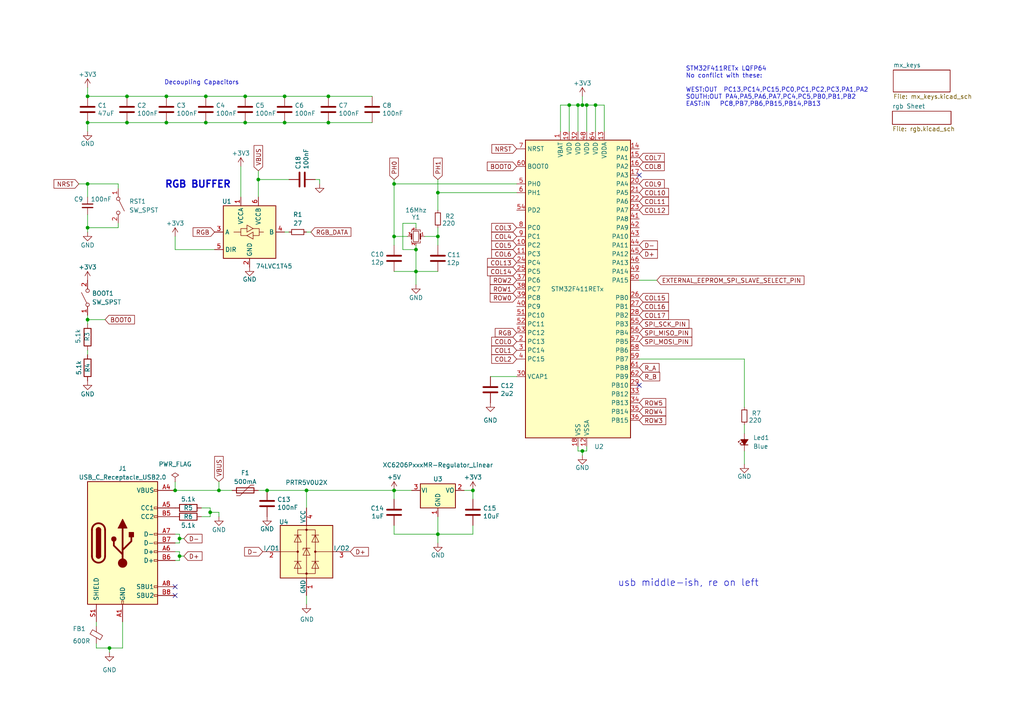
<source format=kicad_sch>
(kicad_sch (version 20231120) (generator "eeschema") (generator_version "8.0")
  (paper "A4")
  (title_block (title "Echo_Ayla80 (Final)") (date "2024-11-14") (rev "1.1") (company "Michael O'Toole") (comment 1 "Micro: STM32F411RETx"))
  (lib_symbols
    (symbol "Connector:USB_C_Receptacle_USB2.0" (pin_names (offset 1.016))
      (property "Reference" "J" (at -10.16 19.05 0))
      (property "Value" "USB_C_Receptacle_USB2.0" (at 19.05 19.05 0))
      (symbol "USB_C_Receptacle_USB2.0_0_0"
        (rectangle (start -0.254 -17.78) (end 0.254 -16.764))
        (rectangle (start 10.16 -14.986) (end 9.144 -15.494))
        (rectangle (start 10.16 -12.446) (end 9.144 -12.954))
        (rectangle (start 10.16 -4.826) (end 9.144 -5.334))
        (rectangle (start 10.16 -2.286) (end 9.144 -2.794))
        (rectangle (start 10.16 0.254) (end 9.144 -0.254))
        (rectangle (start 10.16 2.794) (end 9.144 2.286))
        (rectangle (start 10.16 7.874) (end 9.144 7.366))
        (rectangle (start 10.16 10.414) (end 9.144 9.906))
        (rectangle (start 10.16 15.494) (end 9.144 14.986))
      )
      (symbol "USB_C_Receptacle_USB2.0_0_1"
        (rectangle (start -10.16 17.78) (end 10.16 -17.78) (stroke (width 0.254)) (fill (type background)))
        (arc (start -8.89 -3.81) (mid -6.985 -5.7067) (end -5.08 -3.81) (stroke (width 0.508)))
        (arc (start -7.62 -3.81) (mid -6.985 -4.4423) (end -6.35 -3.81) (stroke (width 0.254)))
        (arc (start -7.62 -3.81) (mid -6.985 -4.4423) (end -6.35 -3.81) (stroke (width 0.254)) (fill (type outline)))
        (rectangle (start -7.62 -3.81) (end -6.35 3.81) (stroke (width 0.254)) (fill (type outline)))
        (arc (start -6.35 3.81) (mid -6.985 4.4423) (end -7.62 3.81) (stroke (width 0.254)))
        (arc (start -6.35 3.81) (mid -6.985 4.4423) (end -7.62 3.81) (stroke (width 0.254)) (fill (type outline)))
        (arc (start -5.08 3.81) (mid -6.985 5.7067) (end -8.89 3.81) (stroke (width 0.508)))
        (circle (center -2.54 1.143) (radius 0.635) (stroke (width 0.254)) (fill (type outline)))
        (circle (center 0 -5.842) (radius 1.27) (fill (type outline)))
        (polyline (pts (xy -8.89 -3.81) (xy -8.89 3.81)) (stroke (width 0.508)))
        (polyline (pts (xy -5.08 3.81) (xy -5.08 -3.81)) (stroke (width 0.508)))
        (polyline (pts (xy 0 -5.842) (xy 0 4.318)) (stroke (width 0.508)))
        (polyline (pts (xy 0 -3.302) (xy -2.54 -0.762) (xy -2.54 0.508)) (stroke (width 0.508)))
        (polyline (pts (xy 0 -2.032) (xy 2.54 0.508) (xy 2.54 1.778)) (stroke (width 0.508)))
        (polyline (pts (xy -1.27 4.318) (xy 0 6.858) (xy 1.27 4.318) (xy -1.27 4.318)) (stroke (width 0.254)) (fill (type outline)))
        (rectangle (start 1.905 1.778) (end 3.175 3.048) (stroke (width 0.254)) (fill (type outline)))
      )
      (symbol "USB_C_Receptacle_USB2.0_1_1"
        (pin passive line (at 0 -22.86 90) (length 5.08) (name "GND") (number "A1"))
        (pin passive line (at 0 -22.86 90) (length 5.08) hide (name "GND") (number "A12"))
        (pin passive line (at 15.24 15.24 180) (length 5.08) (name "VBUS") (number "A4"))
        (pin bidirectional line (at 15.24 10.16 180) (length 5.08) (name "CC1") (number "A5"))
        (pin bidirectional line (at 15.24 -2.54 180) (length 5.08) (name "D+") (number "A6"))
        (pin bidirectional line (at 15.24 2.54 180) (length 5.08) (name "D-") (number "A7"))
        (pin bidirectional line (at 15.24 -12.7 180) (length 5.08) (name "SBU1") (number "A8"))
        (pin passive line (at 15.24 15.24 180) (length 5.08) hide (name "VBUS") (number "A9"))
        (pin passive line (at 0 -22.86 90) (length 5.08) hide (name "GND") (number "B1"))
        (pin passive line (at 0 -22.86 90) (length 5.08) hide (name "GND") (number "B12"))
        (pin passive line (at 15.24 15.24 180) (length 5.08) hide (name "VBUS") (number "B4"))
        (pin bidirectional line (at 15.24 7.62 180) (length 5.08) (name "CC2") (number "B5"))
        (pin bidirectional line (at 15.24 -5.08 180) (length 5.08) (name "D+") (number "B6"))
        (pin bidirectional line (at 15.24 0 180) (length 5.08) (name "D-") (number "B7"))
        (pin bidirectional line (at 15.24 -15.24 180) (length 5.08) (name "SBU2") (number "B8"))
        (pin passive line (at 15.24 15.24 180) (length 5.08) hide (name "VBUS") (number "B9"))
        (pin passive line (at -7.62 -22.86 90) (length 5.08) (name "SHIELD") (number "S1"))
      )
    )
    (symbol "Device:C" (pin_numbers hide) (pin_names (offset 0.254))
      (property "Reference" "C" (at 0.635 2.54 0))
      (property "Value" "C" (at 0.635 -2.54 0))
      (symbol "C_0_1"
        (polyline (pts (xy -2.032 -0.762) (xy 2.032 -0.762)) (stroke (width 0.508)))
        (polyline (pts (xy -2.032 0.762) (xy 2.032 0.762)) (stroke (width 0.508)))
      )
      (symbol "C_1_1"
        (pin passive line (at 0 3.81 270) (length 2.794) (name "~") (number "1"))
        (pin passive line (at 0 -3.81 90) (length 2.794) (name "~") (number "2"))
      )
    )
    (symbol "Device:C_Small" (pin_numbers hide) (pin_names (offset 0.254) hide)
      (property "Reference" "C" (at 0.254 1.778 0))
      (property "Value" "C_Small" (at 0.254 -2.032 0))
      (symbol "C_Small_0_1"
        (polyline (pts (xy -1.524 -0.508) (xy 1.524 -0.508)) (stroke (width 0.3302)))
        (polyline (pts (xy -1.524 0.508) (xy 1.524 0.508)) (stroke (width 0.3048)))
      )
      (symbol "C_Small_1_1"
        (pin passive line (at 0 2.54 270) (length 2.032) (name "~") (number "1"))
        (pin passive line (at 0 -2.54 90) (length 2.032) (name "~") (number "2"))
      )
    )
    (symbol "Device:Crystal_GND24_Small" (pin_names (offset 1.016) hide)
      (property "Reference" "Y" (at 1.27 4.445 0))
      (property "Value" "Crystal_GND24_Small" (at 1.27 2.54 0))
      (symbol "Crystal_GND24_Small_0_1"
        (rectangle (start -0.762 -1.524) (end 0.762 1.524))
        (polyline (pts (xy -1.27 -0.762) (xy -1.27 0.762)) (stroke (width 0.381)))
        (polyline (pts (xy 1.27 -0.762) (xy 1.27 0.762)) (stroke (width 0.381)))
        (polyline (pts (xy -1.27 -1.27) (xy -1.27 -1.905) (xy 1.27 -1.905) (xy 1.27 -1.27)))
        (polyline (pts (xy -1.27 1.27) (xy -1.27 1.905) (xy 1.27 1.905) (xy 1.27 1.27)))
      )
      (symbol "Crystal_GND24_Small_1_1"
        (pin passive line (at -2.54 0 0) (length 1.27) (name "1") (number "1"))
        (pin passive line (at 0 -2.54 90) (length 0.635) (name "2") (number "2"))
        (pin passive line (at 2.54 0 180) (length 1.27) (name "3") (number "3"))
        (pin passive line (at 0 2.54 270) (length 0.635) (name "4") (number "4"))
      )
    )
    (symbol "Device:FerriteBead_Small" (pin_numbers hide) (pin_names (offset 0))
      (property "Reference" "FB" (at 1.905 1.27 0))
      (property "Value" "FerriteBead_Small" (at 1.905 -1.27 0))
      (symbol "FerriteBead_Small_0_1"
        (polyline (pts (xy 0 -1.27) (xy 0 -0.7874)))
        (polyline (pts (xy 0 0.889) (xy 0 1.2954)))
        (polyline (pts (xy -1.8288 0.2794) (xy -1.1176 1.4986) (xy 1.8288 -0.2032) (xy 1.1176 -1.4224) (xy -1.8288 0.2794)))
      )
      (symbol "FerriteBead_Small_1_1"
        (pin passive line (at 0 2.54 270) (length 1.27) (name "~") (number "1"))
        (pin passive line (at 0 -2.54 90) (length 1.27) (name "~") (number "2"))
      )
    )
    (symbol "Device:LED_Small_Filled" (pin_numbers hide) (pin_names (offset 0.254) hide)
      (property "Reference" "D" (at -1.27 3.175 0))
      (property "Value" "LED_Small_Filled" (at -4.445 -2.54 0))
      (symbol "LED_Small_Filled_0_1"
        (polyline (pts (xy -0.762 -1.016) (xy -0.762 1.016)) (stroke (width 0.254)))
        (polyline (pts (xy 1.016 0) (xy -0.762 0)))
        (polyline (pts (xy 0.762 -1.016) (xy -0.762 0) (xy 0.762 1.016) (xy 0.762 -1.016)) (stroke (width 0.254)) (fill (type outline)))
        (polyline (pts (xy 0 0.762) (xy -0.508 1.27) (xy -0.254 1.27) (xy -0.508 1.27) (xy -0.508 1.016)))
        (polyline (pts (xy 0.508 1.27) (xy 0 1.778) (xy 0.254 1.778) (xy 0 1.778) (xy 0 1.524)))
      )
      (symbol "LED_Small_Filled_1_1"
        (pin passive line (at -2.54 0 0) (length 1.778) (name "K") (number "1"))
        (pin passive line (at 2.54 0 180) (length 1.778) (name "A") (number "2"))
      )
    )
    (symbol "Device:Polyfuse" (pin_numbers hide) (pin_names (offset 0))
      (property "Reference" "F" (at -2.54 0 90))
      (property "Value" "Polyfuse" (at 2.54 0 90))
      (symbol "Polyfuse_0_1"
        (rectangle (start -0.762 2.54) (end 0.762 -2.54) (stroke (width 0.254)))
        (polyline (pts (xy 0 2.54) (xy 0 -2.54)))
        (polyline (pts (xy -1.524 2.54) (xy -1.524 1.524) (xy 1.524 -1.524) (xy 1.524 -2.54)))
      )
      (symbol "Polyfuse_1_1"
        (pin passive line (at 0 3.81 270) (length 1.27) (name "~") (number "1"))
        (pin passive line (at 0 -3.81 90) (length 1.27) (name "~") (number "2"))
      )
    )
    (symbol "Device:R" (pin_numbers hide) (pin_names (offset 0))
      (property "Reference" "R" (at 2.032 0 90))
      (property "Value" "R" (at 0 0 90))
      (symbol "R_0_1"
        (rectangle (start -1.016 -2.54) (end 1.016 2.54) (stroke (width 0.254)))
      )
      (symbol "R_1_1"
        (pin passive line (at 0 3.81 270) (length 1.27) (name "~") (number "1"))
        (pin passive line (at 0 -3.81 90) (length 1.27) (name "~") (number "2"))
      )
    )
    (symbol "Device:R_Small" (pin_numbers hide) (pin_names (offset 0.254) hide)
      (property "Reference" "R" (at 0.762 0.508 0))
      (property "Value" "R_Small" (at 0.762 -1.016 0))
      (symbol "R_Small_0_1"
        (rectangle (start -0.762 1.778) (end 0.762 -1.778) (stroke (width 0.2032)))
      )
      (symbol "R_Small_1_1"
        (pin passive line (at 0 2.54 270) (length 0.762) (name "~") (number "1"))
        (pin passive line (at 0 -2.54 90) (length 0.762) (name "~") (number "2"))
      )
    )
    (symbol "Logic_LevelTranslator:SN74LVC1T45DRL"
      (property "Reference" "U" (at -6.35 8.89 0))
      (property "Value" "SN74LVC1T45DRL" (at 3.81 8.89 0))
      (symbol "SN74LVC1T45DRL_0_1"
        (rectangle (start -7.62 7.62) (end 7.62 -7.62) (stroke (width 0.254)) (fill (type background)))
        (polyline (pts (xy -2.54 0) (xy -2.54 1.016) (xy -0.762 1.016)))
        (polyline (pts (xy 2.794 0) (xy 2.794 -1.016) (xy 1.016 -1.016)))
        (polyline (pts (xy -0.762 -1.016) (xy -2.54 -1.016) (xy -2.54 0) (xy -4.572 0)))
        (polyline (pts (xy -0.762 0) (xy -0.762 2.032) (xy 1.016 1.016) (xy -0.762 0)))
        (polyline (pts (xy 1.016 1.016) (xy 2.794 1.016) (xy 2.794 0) (xy 4.064 0)))
        (polyline (pts (xy 1.016 0) (xy 1.016 -1.778) (xy 1.016 -2.032) (xy -0.762 -1.016) (xy 1.016 0)))
      )
      (symbol "SN74LVC1T45DRL_1_1"
        (pin power_in line (at -2.54 10.16 270) (length 2.54) (name "VCCA") (number "1"))
        (pin power_in line (at 0 -10.16 90) (length 2.54) (name "GND") (number "2"))
        (pin bidirectional line (at -10.16 0 0) (length 2.54) (name "A") (number "3"))
        (pin bidirectional line (at 10.16 0 180) (length 2.54) (name "B") (number "4"))
        (pin input line (at -10.16 -5.08 0) (length 2.54) (name "DIR") (number "5"))
        (pin power_in line (at 2.54 10.16 270) (length 2.54) (name "VCCB") (number "6"))
      )
    )
    (symbol "MCU_ST_STM32F4:STM32F411RETx"
      (property "Reference" "U" (at -15.24 44.45 0))
      (property "Value" "STM32F411RETx" (at 10.16 44.45 0))
      (symbol "STM32F411RETx_0_1"
        (rectangle (start -15.24 -43.18) (end 15.24 43.18) (stroke (width 0.254)) (fill (type background)))
      )
      (symbol "STM32F411RETx_1_1"
        (pin power_in line (at -5.08 45.72 270) (length 2.54) (name "VBAT") (number "1"))
        (pin bidirectional line (at -17.78 12.7 0) (length 2.54) (name "PC2") (number "10"))
        (pin bidirectional line (at -17.78 10.16 0) (length 2.54) (name "PC3") (number "11"))
        (pin power_in line (at 2.54 -45.72 90) (length 2.54) (name "VSSA") (number "12"))
        (pin power_in line (at 7.62 45.72 270) (length 2.54) (name "VDDA") (number "13"))
        (pin bidirectional line (at 17.78 40.64 180) (length 2.54) (name "PA0") (number "14"))
        (pin bidirectional line (at 17.78 38.1 180) (length 2.54) (name "PA1") (number "15"))
        (pin bidirectional line (at 17.78 35.56 180) (length 2.54) (name "PA2") (number "16"))
        (pin bidirectional line (at 17.78 33.02 180) (length 2.54) (name "PA3") (number "17"))
        (pin power_in line (at 0 -45.72 90) (length 2.54) (name "VSS") (number "18"))
        (pin power_in line (at -2.54 45.72 270) (length 2.54) (name "VDD") (number "19"))
        (pin bidirectional line (at -17.78 -15.24 0) (length 2.54) (name "PC13") (number "2"))
        (pin bidirectional line (at 17.78 30.48 180) (length 2.54) (name "PA4") (number "20"))
        (pin bidirectional line (at 17.78 27.94 180) (length 2.54) (name "PA5") (number "21"))
        (pin bidirectional line (at 17.78 25.4 180) (length 2.54) (name "PA6") (number "22"))
        (pin bidirectional line (at 17.78 22.86 180) (length 2.54) (name "PA7") (number "23"))
        (pin bidirectional line (at -17.78 7.62 0) (length 2.54) (name "PC4") (number "24"))
        (pin bidirectional line (at -17.78 5.08 0) (length 2.54) (name "PC5") (number "25"))
        (pin bidirectional line (at 17.78 -2.54 180) (length 2.54) (name "PB0") (number "26"))
        (pin bidirectional line (at 17.78 -5.08 180) (length 2.54) (name "PB1") (number "27"))
        (pin bidirectional line (at 17.78 -7.62 180) (length 2.54) (name "PB2") (number "28"))
        (pin bidirectional line (at 17.78 -27.94 180) (length 2.54) (name "PB10") (number "29"))
        (pin bidirectional line (at -17.78 -17.78 0) (length 2.54) (name "PC14") (number "3"))
        (pin power_out line (at -17.78 -25.4 0) (length 2.54) (name "VCAP1") (number "30"))
        (pin passive line (at 0 -45.72 90) (length 2.54) hide (name "VSS") (number "31"))
        (pin power_in line (at 0 45.72 270) (length 2.54) (name "VDD") (number "32"))
        (pin bidirectional line (at 17.78 -30.48 180) (length 2.54) (name "PB12") (number "33"))
        (pin bidirectional line (at 17.78 -33.02 180) (length 2.54) (name "PB13") (number "34"))
        (pin bidirectional line (at 17.78 -35.56 180) (length 2.54) (name "PB14") (number "35"))
        (pin bidirectional line (at 17.78 -38.1 180) (length 2.54) (name "PB15") (number "36"))
        (pin bidirectional line (at -17.78 2.54 0) (length 2.54) (name "PC6") (number "37"))
        (pin bidirectional line (at -17.78 0 0) (length 2.54) (name "PC7") (number "38"))
        (pin bidirectional line (at -17.78 -2.54 0) (length 2.54) (name "PC8") (number "39"))
        (pin bidirectional line (at -17.78 -20.32 0) (length 2.54) (name "PC15") (number "4"))
        (pin bidirectional line (at -17.78 -5.08 0) (length 2.54) (name "PC9") (number "40"))
        (pin bidirectional line (at 17.78 20.32 180) (length 2.54) (name "PA8") (number "41"))
        (pin bidirectional line (at 17.78 17.78 180) (length 2.54) (name "PA9") (number "42"))
        (pin bidirectional line (at 17.78 15.24 180) (length 2.54) (name "PA10") (number "43"))
        (pin bidirectional line (at 17.78 12.7 180) (length 2.54) (name "PA11") (number "44"))
        (pin bidirectional line (at 17.78 10.16 180) (length 2.54) (name "PA12") (number "45"))
        (pin bidirectional line (at 17.78 7.62 180) (length 2.54) (name "PA13") (number "46"))
        (pin passive line (at 0 -45.72 90) (length 2.54) hide (name "VSS") (number "47"))
        (pin power_in line (at 2.54 45.72 270) (length 2.54) (name "VDD") (number "48"))
        (pin bidirectional line (at 17.78 5.08 180) (length 2.54) (name "PA14") (number "49"))
        (pin bidirectional line (at -17.78 30.48 0) (length 2.54) (name "PH0") (number "5"))
        (pin bidirectional line (at 17.78 2.54 180) (length 2.54) (name "PA15") (number "50"))
        (pin bidirectional line (at -17.78 -7.62 0) (length 2.54) (name "PC10") (number "51"))
        (pin bidirectional line (at -17.78 -10.16 0) (length 2.54) (name "PC11") (number "52"))
        (pin bidirectional line (at -17.78 -12.7 0) (length 2.54) (name "PC12") (number "53"))
        (pin bidirectional line (at -17.78 22.86 0) (length 2.54) (name "PD2") (number "54"))
        (pin bidirectional line (at 17.78 -10.16 180) (length 2.54) (name "PB3") (number "55"))
        (pin bidirectional line (at 17.78 -12.7 180) (length 2.54) (name "PB4") (number "56"))
        (pin bidirectional line (at 17.78 -15.24 180) (length 2.54) (name "PB5") (number "57"))
        (pin bidirectional line (at 17.78 -17.78 180) (length 2.54) (name "PB6") (number "58"))
        (pin bidirectional line (at 17.78 -20.32 180) (length 2.54) (name "PB7") (number "59"))
        (pin bidirectional line (at -17.78 27.94 0) (length 2.54) (name "PH1") (number "6"))
        (pin input line (at -17.78 35.56 0) (length 2.54) (name "BOOT0") (number "60"))
        (pin bidirectional line (at 17.78 -22.86 180) (length 2.54) (name "PB8") (number "61"))
        (pin bidirectional line (at 17.78 -25.4 180) (length 2.54) (name "PB9") (number "62"))
        (pin passive line (at 0 -45.72 90) (length 2.54) hide (name "VSS") (number "63"))
        (pin power_in line (at 5.08 45.72 270) (length 2.54) (name "VDD") (number "64"))
        (pin input line (at -17.78 40.64 0) (length 2.54) (name "NRST") (number "7"))
        (pin bidirectional line (at -17.78 17.78 0) (length 2.54) (name "PC0") (number "8"))
        (pin bidirectional line (at -17.78 15.24 0) (length 2.54) (name "PC1") (number "9"))
      )
    )
    (symbol "Power_Protection:PRTR5V0U2X" (pin_names (offset 0))
      (property "Reference" "D" (at 2.794 8.636 0))
      (property "Value" "PRTR5V0U2X" (at 8.128 -9.398 0))
      (symbol "PRTR5V0U2X_0_1"
        (rectangle (start -7.62 -7.62) (end 7.62 7.62) (stroke (width 0.254)) (fill (type background)))
        (circle (center -2.54 0) (radius 0.254) (fill (type outline)))
        (rectangle (start -2.54 6.35) (end 2.54 -6.35))
        (circle (center 0 -6.35) (radius 0.254) (fill (type outline)))
        (polyline (pts (xy -2.54 0) (xy -7.62 0)))
        (polyline (pts (xy -1.524 -2.794) (xy -3.556 -2.794)))
        (polyline (pts (xy -1.524 4.826) (xy -3.556 4.826)))
        (polyline (pts (xy 0 -7.62) (xy 0 7.62)))
        (polyline (pts (xy 1.524 -2.794) (xy 3.556 -2.794)))
        (polyline (pts (xy 1.524 4.826) (xy 3.556 4.826)))
        (polyline (pts (xy 2.54 0) (xy 7.62 0)))
        (polyline (pts (xy 1.016 1.016) (xy -1.016 1.016) (xy -1.016 0.508)))
        (polyline (pts (xy -3.556 -4.826) (xy -1.524 -4.826) (xy -2.54 -2.794) (xy -3.556 -4.826)))
        (polyline (pts (xy -3.556 2.794) (xy -1.524 2.794) (xy -2.54 4.826) (xy -3.556 2.794)))
        (polyline (pts (xy -1.016 -1.016) (xy 1.016 -1.016) (xy 0 1.016) (xy -1.016 -1.016)))
        (polyline (pts (xy 3.556 -4.826) (xy 1.524 -4.826) (xy 2.54 -2.794) (xy 3.556 -4.826)))
        (polyline (pts (xy 3.556 2.794) (xy 1.524 2.794) (xy 2.54 4.826) (xy 3.556 2.794)))
        (circle (center 0 6.35) (radius 0.254) (fill (type outline)))
        (circle (center 2.54 0) (radius 0.254) (fill (type outline)))
      )
      (symbol "PRTR5V0U2X_1_1"
        (pin passive line (at 0 -12.7 90) (length 5.08) (name "GND") (number "1"))
        (pin passive line (at -12.7 0 0) (length 5.08) (name "I/O1") (number "2"))
        (pin passive line (at 12.7 0 180) (length 5.08) (name "I/O2") (number "3"))
        (pin passive line (at 0 12.7 270) (length 5.08) (name "VCC") (number "4"))
      )
    )
    (symbol "Switch:SW_SPST" (pin_names (offset 0) hide)
      (property "Reference" "SW" (at 0 3.175 0))
      (property "Value" "SW_SPST" (at 0 -2.54 0))
      (symbol "SW_SPST_0_0"
        (circle (center -2.032 0) (radius 0.508))
        (polyline (pts (xy -1.524 0.254) (xy 1.524 1.778)))
        (circle (center 2.032 0) (radius 0.508))
      )
      (symbol "SW_SPST_1_1"
        (pin passive line (at -5.08 0 0) (length 2.54) (name "A") (number "1"))
        (pin passive line (at 5.08 0 180) (length 2.54) (name "B") (number "2"))
      )
    )
    (symbol "kicad-keyboard-parts:XC6206PxxxMR-Regulator_Linear" (pin_names (offset 0.254))
      (property "Reference" "U" (at -3.81 3.175 0))
      (property "Value" "XC6206PxxxMR-Regulator_Linear" (at 0 3.175 0))
      (property "LCSC" "C5446" (at 0 0 0))
      (symbol "XC6206PxxxMR-Regulator_Linear_0_1"
        (rectangle (start -5.08 1.905) (end 5.08 -5.08) (stroke (width 0.254)) (fill (type background)))
      )
      (symbol "XC6206PxxxMR-Regulator_Linear_1_1"
        (pin power_in line (at 0 -7.62 90) (length 2.54) (name "GND") (number "1"))
        (pin power_out line (at 7.62 0 180) (length 2.54) (name "VO") (number "2"))
        (pin power_in line (at -7.62 0 0) (length 2.54) (name "VI") (number "3"))
      )
    )
    (symbol "power:+3V3" (power) (pin_names (offset 0))
      (property "Value" "+3V3" (at 0 3.556 0))
      (symbol "+3V3_0_1"
        (polyline (pts (xy -0.762 1.27) (xy 0 2.54)))
        (polyline (pts (xy 0 0) (xy 0 2.54)))
        (polyline (pts (xy 0 2.54) (xy 0.762 1.27)))
      )
      (symbol "+3V3_1_1"
        (pin power_in line (at 0 0 90) (length 0) hide (name "+3V3") (number "1"))
      )
    )
    (symbol "power:+5V" (power) (pin_names (offset 0))
      (property "Value" "+5V" (at 0 3.556 0))
      (symbol "+5V_0_1"
        (polyline (pts (xy -0.762 1.27) (xy 0 2.54)))
        (polyline (pts (xy 0 0) (xy 0 2.54)))
        (polyline (pts (xy 0 2.54) (xy 0.762 1.27)))
      )
      (symbol "+5V_1_1"
        (pin power_in line (at 0 0 90) (length 0) hide (name "+5V") (number "1"))
      )
    )
    (symbol "power:GND" (power) (pin_names (offset 0))
      (property "Value" "GND" (at 0 -3.81 0))
      (symbol "GND_0_1"
        (polyline (pts (xy 0 0) (xy 0 -1.27) (xy 1.27 -1.27) (xy 0 -2.54) (xy -1.27 -1.27) (xy 0 -1.27)))
      )
      (symbol "GND_1_1"
        (pin power_in line (at 0 0 270) (length 0) hide (name "GND") (number "1"))
      )
    )
    (symbol "power:PWR_FLAG" (power) (pin_numbers hide) (pin_names (offset 0) hide)
      (property "Value" "PWR_FLAG" (at 0 3.81 0))
      (symbol "PWR_FLAG_0_0"
        (pin power_out line (at 0 0 90) (length 0) (name "pwr") (number "1"))
      )
      (symbol "PWR_FLAG_0_1"
        (polyline (pts (xy 0 0) (xy 0 1.27) (xy -1.016 1.905) (xy 0 2.54) (xy 1.016 1.905) (xy 0 1.27)))
      )
    )
  )
  (junction (at 48.26 27.94))
  (junction (at 36.83 35.56))
  (junction (at 95.25 35.56))
  (junction (at 172.72 30.48))
  (junction (at 170.18 30.48))
  (junction (at 74.93 52.07))
  (junction (at 82.55 27.94))
  (junction (at 71.12 27.94))
  (junction (at 52.07 161.29))
  (junction (at 82.55 35.56))
  (junction (at 165.1 30.48))
  (junction (at 77.47 142.24))
  (junction (at 36.83 27.94))
  (junction (at 25.4 35.56))
  (junction (at 137.16 142.24))
  (junction (at 127 154.94))
  (junction (at 52.07 156.21))
  (junction (at 25.4 92.71))
  (junction (at 25.4 27.94))
  (junction (at 95.25 27.94))
  (junction (at 25.4 53.34))
  (junction (at 63.5 142.24))
  (junction (at 48.26 35.56))
  (junction (at 127 55.88))
  (junction (at 60.96 148.59))
  (junction (at 120.65 78.74))
  (junction (at 168.91 30.48))
  (junction (at 114.3 68.58))
  (junction (at 168.91 130.81))
  (junction (at 59.69 35.56))
  (junction (at 114.3 142.24))
  (junction (at 167.64 30.48))
  (junction (at 127 68.58))
  (junction (at 31.75 187.96))
  (junction (at 25.4 66.04))
  (junction (at 114.3 53.34))
  (junction (at 59.69 27.94))
  (junction (at 120.65 72.39))
  (junction (at 71.12 35.56))
  (junction (at 50.8 142.24))
  (junction (at 88.9 142.24))
  (no_connect (at 185.42 50.8))
  (no_connect (at 185.42 111.76))
  (no_connect (at 50.8 172.72))
  (no_connect (at 50.8 170.18))
  (wire (pts (xy 170.18 129.54) (xy 170.18 130.81)))
  (wire (pts (xy 60.96 149.86) (xy 60.96 148.59)))
  (wire (pts (xy 82.55 35.56) (xy 95.25 35.56)))
  (wire (pts (xy 52.07 156.21) (xy 52.07 157.48)))
  (wire (pts (xy 88.9 142.24) (xy 88.9 147.32)))
  (wire (pts (xy 114.3 53.34) (xy 114.3 68.58)))
  (wire (pts (xy 167.64 130.81) (xy 168.91 130.81)))
  (wire (pts (xy 34.29 66.04) (xy 34.29 64.77)))
  (wire (pts (xy 88.9 142.24) (xy 114.3 142.24)))
  (wire (pts (xy 74.93 57.15) (xy 74.93 52.07)))
  (wire (pts (xy 27.94 186.69) (xy 27.94 187.96)))
  (wire (pts (xy 62.23 72.39) (xy 50.8 72.39)))
  (wire (pts (xy 172.72 30.48) (xy 175.26 30.48)))
  (wire (pts (xy 82.55 27.94) (xy 95.25 27.94)))
  (wire (pts (xy 137.16 142.24) (xy 137.16 144.78)))
  (wire (pts (xy 52.07 162.56) (xy 52.07 161.29)))
  (wire (pts (xy 48.26 35.56) (xy 36.83 35.56)))
  (wire (pts (xy 114.3 52.07) (xy 114.3 53.34)))
  (wire (pts (xy 22.86 53.34) (xy 25.4 53.34)))
  (wire (pts (xy 137.16 152.4) (xy 137.16 154.94)))
  (wire (pts (xy 50.8 72.39) (xy 50.8 68.58)))
  (wire (pts (xy 127 149.86) (xy 127 154.94)))
  (wire (pts (xy 127 68.58) (xy 127 71.12)))
  (wire (pts (xy 170.18 30.48) (xy 170.18 38.1)))
  (wire (pts (xy 25.4 53.34) (xy 25.4 57.15)))
  (wire (pts (xy 142.24 109.22) (xy 149.86 109.22)))
  (wire (pts (xy 120.65 71.12) (xy 120.65 72.39)))
  (wire (pts (xy 168.91 130.81) (xy 168.91 132.08)))
  (wire (pts (xy 58.42 149.86) (xy 60.96 149.86)))
  (wire (pts (xy 36.83 27.94) (xy 25.4 27.94)))
  (wire (pts (xy 114.3 142.24) (xy 114.3 144.78)))
  (wire (pts (xy 88.9 175.26) (xy 88.9 172.72)))
  (wire (pts (xy 114.3 68.58) (xy 114.3 71.12)))
  (wire (pts (xy 127 154.94) (xy 127 157.48)))
  (wire (pts (xy 25.4 92.71) (xy 25.4 93.98)))
  (wire (pts (xy 63.5 142.24) (xy 67.31 142.24)))
  (wire (pts (xy 127 52.07) (xy 127 55.88)))
  (wire (pts (xy 71.12 27.94) (xy 82.55 27.94)))
  (wire (pts (xy 127 55.88) (xy 149.86 55.88)))
  (wire (pts (xy 185.42 81.28) (xy 190.5 81.28)))
  (wire (pts (xy 116.84 64.77) (xy 116.84 72.39)))
  (wire (pts (xy 215.9 104.14) (xy 215.9 118.11)))
  (wire (pts (xy 52.07 156.21) (xy 53.34 156.21)))
  (wire (pts (xy 95.25 35.56) (xy 107.95 35.56)))
  (wire (pts (xy 69.85 48.26) (xy 69.85 57.15)))
  (wire (pts (xy 35.56 187.96) (xy 35.56 180.34)))
  (wire (pts (xy 60.96 148.59) (xy 60.96 147.32)))
  (wire (pts (xy 48.26 27.94) (xy 59.69 27.94)))
  (wire (pts (xy 127 55.88) (xy 127 60.96)))
  (wire (pts (xy 25.4 38.1) (xy 25.4 35.56)))
  (wire (pts (xy 25.4 92.71) (xy 30.48 92.71)))
  (wire (pts (xy 91.44 52.07) (xy 92.71 52.07)))
  (wire (pts (xy 60.96 148.59) (xy 63.5 148.59)))
  (wire (pts (xy 58.42 147.32) (xy 60.96 147.32)))
  (wire (pts (xy 82.55 67.31) (xy 83.82 67.31)))
  (wire (pts (xy 120.65 72.39) (xy 120.65 78.74)))
  (wire (pts (xy 162.56 38.1) (xy 162.56 30.48)))
  (wire (pts (xy 88.9 67.31) (xy 90.17 67.31)))
  (wire (pts (xy 127 68.58) (xy 123.19 68.58)))
  (wire (pts (xy 74.93 49.53) (xy 74.93 52.07)))
  (wire (pts (xy 167.64 30.48) (xy 167.64 38.1)))
  (wire (pts (xy 74.93 52.07) (xy 83.82 52.07)))
  (wire (pts (xy 168.91 27.94) (xy 168.91 30.48)))
  (wire (pts (xy 172.72 30.48) (xy 172.72 38.1)))
  (wire (pts (xy 120.65 78.74) (xy 114.3 78.74)))
  (wire (pts (xy 27.94 180.34) (xy 27.94 181.61)))
  (wire (pts (xy 168.91 130.81) (xy 170.18 130.81)))
  (wire (pts (xy 165.1 30.48) (xy 165.1 38.1)))
  (wire (pts (xy 25.4 66.04) (xy 34.29 66.04)))
  (wire (pts (xy 92.71 52.07) (xy 92.71 53.34)))
  (wire (pts (xy 50.8 139.7) (xy 50.8 142.24)))
  (wire (pts (xy 25.4 53.34) (xy 34.29 53.34)))
  (wire (pts (xy 114.3 53.34) (xy 149.86 53.34)))
  (wire (pts (xy 48.26 27.94) (xy 36.83 27.94)))
  (wire (pts (xy 120.65 78.74) (xy 120.65 82.55)))
  (wire (pts (xy 52.07 154.94) (xy 52.07 156.21)))
  (wire (pts (xy 50.8 154.94) (xy 52.07 154.94)))
  (wire (pts (xy 215.9 130.81) (xy 215.9 134.62)))
  (wire (pts (xy 185.42 104.14) (xy 215.9 104.14)))
  (wire (pts (xy 25.4 91.44) (xy 25.4 92.71)))
  (wire (pts (xy 74.93 142.24) (xy 77.47 142.24)))
  (wire (pts (xy 134.62 142.24) (xy 137.16 142.24)))
  (wire (pts (xy 25.4 62.23) (xy 25.4 66.04)))
  (wire (pts (xy 50.8 160.02) (xy 52.07 160.02)))
  (wire (pts (xy 127 154.94) (xy 137.16 154.94)))
  (wire (pts (xy 59.69 35.56) (xy 71.12 35.56)))
  (wire (pts (xy 175.26 30.48) (xy 175.26 38.1)))
  (wire (pts (xy 114.3 142.24) (xy 119.38 142.24)))
  (wire (pts (xy 114.3 154.94) (xy 127 154.94)))
  (wire (pts (xy 50.8 157.48) (xy 52.07 157.48)))
  (wire (pts (xy 168.91 30.48) (xy 170.18 30.48)))
  (wire (pts (xy 25.4 25.4) (xy 25.4 27.94)))
  (wire (pts (xy 77.47 142.24) (xy 88.9 142.24)))
  (wire (pts (xy 95.25 27.94) (xy 107.95 27.94)))
  (wire (pts (xy 167.64 30.48) (xy 168.91 30.48)))
  (wire (pts (xy 50.8 162.56) (xy 52.07 162.56)))
  (wire (pts (xy 162.56 30.48) (xy 165.1 30.48)))
  (wire (pts (xy 34.29 53.34) (xy 34.29 54.61)))
  (wire (pts (xy 127 66.04) (xy 127 68.58)))
  (wire (pts (xy 114.3 152.4) (xy 114.3 154.94)))
  (wire (pts (xy 59.69 27.94) (xy 71.12 27.94)))
  (wire (pts (xy 31.75 187.96) (xy 31.75 189.23)))
  (wire (pts (xy 118.11 68.58) (xy 114.3 68.58)))
  (wire (pts (xy 36.83 35.56) (xy 25.4 35.56)))
  (wire (pts (xy 127 78.74) (xy 120.65 78.74)))
  (wire (pts (xy 63.5 139.7) (xy 63.5 142.24)))
  (wire (pts (xy 52.07 160.02) (xy 52.07 161.29)))
  (wire (pts (xy 120.65 64.77) (xy 116.84 64.77)))
  (wire (pts (xy 116.84 72.39) (xy 120.65 72.39)))
  (wire (pts (xy 31.75 187.96) (xy 35.56 187.96)))
  (wire (pts (xy 120.65 66.04) (xy 120.65 64.77)))
  (wire (pts (xy 25.4 101.6) (xy 25.4 102.87)))
  (wire (pts (xy 167.64 129.54) (xy 167.64 130.81)))
  (wire (pts (xy 165.1 30.48) (xy 167.64 30.48)))
  (wire (pts (xy 215.9 123.19) (xy 215.9 125.73)))
  (wire (pts (xy 27.94 187.96) (xy 31.75 187.96)))
  (wire (pts (xy 52.07 161.29) (xy 53.34 161.29)))
  (wire (pts (xy 63.5 148.59) (xy 63.5 149.86)))
  (wire (pts (xy 170.18 30.48) (xy 172.72 30.48)))
  (wire (pts (xy 71.12 35.56) (xy 82.55 35.56)))
  (wire (pts (xy 50.8 142.24) (xy 63.5 142.24)))
  (wire (pts (xy 25.4 67.31) (xy 25.4 66.04)))
  (wire (pts (xy 48.26 35.56) (xy 59.69 35.56)))
  (text "RGB BUFFER" (at 57.404 53.594 0) (effects (font (size 2 2) (thickness 0.4) (bold yes))))
  (text "Decoupling Capacitors" (at 47.625 24.765 0) (effects (font (size 1.27 1.27)) (justify left bottom)))
  (text "usb middle-ish, re on left" (at 199.644 169.164 0) (effects (font (size 2 2))))
  (text "STM32F411RETx LQFP64\nNo conflict with these:\n\nWEST:OUT  PC13,PC14,PC15,PC0,PC1,PC2,PC3,PA1,PA2\nSOUTH:OUT PA4,PA5,PA6,PA7,PC4,PC5,PB0,PB1,PB2\nEAST:IN   PC8,PB7,PB6,PB15,PB14,PB13" (at 198.882 25.146 0) (effects (font (size 1.27 1.27)) (justify left)))
  (global_label "PH1" (shape input) (at 127 52.07 90) (property "Intersheetrefs" "${INTERSHEET_REFS}" (effects (hide yes))))
  (global_label "COL5" (shape input) (at 149.86 71.12 180) (property "Intersheetrefs" "${INTERSHEET_REFS}" (effects (hide yes))))
  (global_label "ROW0" (shape input) (at 149.86 86.36 180) (property "Intersheetrefs" "${INTERSHEET_REFS}" (effects (hide yes))))
  (global_label "SPI_MISO_PIN" (shape input) (at 185.42 96.52 0) (property "Intersheetrefs" "${INTERSHEET_REFS}" (effects (hide yes))))
  (global_label "COL13" (shape input) (at 149.86 76.2 180) (property "Intersheetrefs" "${INTERSHEET_REFS}" (effects (hide yes))))
  (global_label "COL12" (shape input) (at 185.42 60.96 0) (property "Intersheetrefs" "${INTERSHEET_REFS}" (effects (hide yes))))
  (global_label "COL4" (shape input) (at 149.86 68.58 180) (property "Intersheetrefs" "${INTERSHEET_REFS}" (effects (hide yes))))
  (global_label "VBUS" (shape input) (at 63.5 139.7 90) (property "Intersheetrefs" "${INTERSHEET_REFS}" (effects (hide yes))))
  (global_label "D+" (shape input) (at 101.6 160.02 0) (property "Intersheetrefs" "${INTERSHEET_REFS}" (effects (hide yes))))
  (global_label "BOOT0" (shape input) (at 149.86 48.26 180) (property "Intersheetrefs" "${INTERSHEET_REFS}" (effects (hide yes))))
  (global_label "COL6" (shape input) (at 149.86 73.66 180) (property "Intersheetrefs" "${INTERSHEET_REFS}" (effects (hide yes))))
  (global_label "R_A" (shape input) (at 185.42 106.68 0) (property "Intersheetrefs" "${INTERSHEET_REFS}" (effects (hide yes))))
  (global_label "BOOT0" (shape input) (at 30.48 92.71 0) (property "Intersheetrefs" "${INTERSHEET_REFS}" (effects (hide yes))))
  (global_label "RGB" (shape input) (at 149.86 96.52 180) (property "Intersheetrefs" "${INTERSHEET_REFS}" (effects (hide yes))))
  (global_label "ROW4" (shape input) (at 185.42 119.38 0) (property "Intersheetrefs" "${INTERSHEET_REFS}" (effects (hide yes))))
  (global_label "ROW1" (shape input) (at 149.86 83.82 180) (property "Intersheetrefs" "${INTERSHEET_REFS}" (effects (hide yes))))
  (global_label "D-" (shape input) (at 76.2 160.02 180) (property "Intersheetrefs" "${INTERSHEET_REFS}" (effects (hide yes))))
  (global_label "COL15" (shape input) (at 185.42 86.36 0) (property "Intersheetrefs" "${INTERSHEET_REFS}" (effects (hide yes))))
  (global_label "D+" (shape input) (at 185.42 73.66 0) (property "Intersheetrefs" "${INTERSHEET_REFS}" (effects (hide yes))))
  (global_label "D-" (shape input) (at 185.42 71.12 0) (property "Intersheetrefs" "${INTERSHEET_REFS}" (effects (hide yes))))
  (global_label "ROW5" (shape input) (at 185.42 116.84 0) (property "Intersheetrefs" "${INTERSHEET_REFS}" (effects (hide yes))))
  (global_label "COL1" (shape input) (at 149.86 101.6 180) (property "Intersheetrefs" "${INTERSHEET_REFS}" (effects (hide yes))))
  (global_label "NRST" (shape input) (at 149.86 43.18 180) (property "Intersheetrefs" "${INTERSHEET_REFS}" (effects (hide yes))))
  (global_label "ROW3" (shape input) (at 185.42 121.92 0) (property "Intersheetrefs" "${INTERSHEET_REFS}" (effects (hide yes))))
  (global_label "ROW2" (shape input) (at 149.86 81.28 180) (property "Intersheetrefs" "${INTERSHEET_REFS}" (effects (hide yes))))
  (global_label "EXTERNAL_EEPROM_SPI_SLAVE_SELECT_PIN" (shape input) (at 190.5 81.28 0) (property "Intersheetrefs" "${INTERSHEET_REFS}" (effects (hide yes))))
  (global_label "RGB" (shape input) (at 62.23 67.31 180) (property "Intersheetrefs" "${INTERSHEET_REFS}" (effects (hide yes))))
  (global_label "COL10" (shape input) (at 185.42 55.88 0) (property "Intersheetrefs" "${INTERSHEET_REFS}" (effects (hide yes))))
  (global_label "D-" (shape input) (at 53.34 156.21 0) (property "Intersheetrefs" "${INTERSHEET_REFS}" (effects (hide yes))))
  (global_label "RGB_DATA" (shape input) (at 90.17 67.31 0) (property "Intersheetrefs" "${INTERSHEET_REFS}" (effects (hide yes))))
  (global_label "SPI_SCK_PIN" (shape input) (at 185.42 93.98 0) (property "Intersheetrefs" "${INTERSHEET_REFS}" (effects (hide yes))))
  (global_label "COL0" (shape input) (at 149.86 99.06 180) (property "Intersheetrefs" "${INTERSHEET_REFS}" (effects (hide yes))))
  (global_label "NRST" (shape input) (at 22.86 53.34 180) (property "Intersheetrefs" "${INTERSHEET_REFS}" (effects (hide yes))))
  (global_label "D+" (shape input) (at 53.34 161.29 0) (property "Intersheetrefs" "${INTERSHEET_REFS}" (effects (hide yes))))
  (global_label "COL7" (shape input) (at 185.42 45.72 0) (property "Intersheetrefs" "${INTERSHEET_REFS}" (effects (hide yes))))
  (global_label "VBUS" (shape input) (at 74.93 49.53 90) (property "Intersheetrefs" "${INTERSHEET_REFS}" (effects (hide yes))))
  (global_label "COL16" (shape input) (at 185.42 88.9 0) (property "Intersheetrefs" "${INTERSHEET_REFS}" (effects (hide yes))))
  (global_label "SPI_MOSI_PIN" (shape input) (at 185.42 99.06 0) (property "Intersheetrefs" "${INTERSHEET_REFS}" (effects (hide yes))))
  (global_label "PH0" (shape input) (at 114.3 52.07 90) (property "Intersheetrefs" "${INTERSHEET_REFS}" (effects (hide yes))))
  (global_label "R_B" (shape input) (at 185.42 109.22 0) (property "Intersheetrefs" "${INTERSHEET_REFS}" (effects (hide yes))))
  (global_label "COL3" (shape input) (at 149.86 66.04 180) (property "Intersheetrefs" "${INTERSHEET_REFS}" (effects (hide yes))))
  (global_label "COL11" (shape input) (at 185.42 58.42 0) (property "Intersheetrefs" "${INTERSHEET_REFS}" (effects (hide yes))))
  (global_label "COL8" (shape input) (at 185.42 48.26 0) (property "Intersheetrefs" "${INTERSHEET_REFS}" (effects (hide yes))))
  (global_label "COL14" (shape input) (at 149.86 78.74 180) (property "Intersheetrefs" "${INTERSHEET_REFS}" (effects (hide yes))))
  (global_label "COL9" (shape input) (at 185.42 53.34 0) (property "Intersheetrefs" "${INTERSHEET_REFS}" (effects (hide yes))))
  (global_label "COL17" (shape input) (at 185.42 91.44 0) (property "Intersheetrefs" "${INTERSHEET_REFS}" (effects (hide yes))))
  (global_label "COL2" (shape input) (at 149.86 104.14 180) (property "Intersheetrefs" "${INTERSHEET_REFS}" (effects (hide yes))))
  (symbol (lib_id "power:GND") (at 120.65 82.55 0) (mirror y) (unit 1)
    (property "Reference" "#PWR07" (effects (hide yes)))
    (property "Value" "GND" (at 120.65 86.36 0))
  )
  (symbol (lib_id "power:GND") (at 127 157.48 0) (unit 1)
    (property "Reference" "#PWR015" (effects (hide yes)))
    (property "Value" "GND" (at 127 161.036 0))
  )
  (symbol (lib_id "Power_Protection:PRTR5V0U2X") (at 88.9 160.02 0) (unit 1)
    (property "Reference" "U4" (at 82.296 151.384 0))
    (property "Value" "PRTR5V0U2X" (at 88.9 139.954 0))
    (property "Footprint" "Package_TO_SOT_SMD:SOT-143" (effects (hide yes)))
    (property "Datasheet" "https://assets.nexperia.com/documents/data-sheet/PRTR5V0U2X.pdf" (effects (hide yes)))
    (property "LCSC" "C2827688" (effects (hide yes)))
    (property "JlcRotOffset" "90" (effects (hide yes)))
  )
  (symbol (lib_id "Device:C") (at 82.55 31.75 0) (unit 1)
    (property "Reference" "C6" (at 85.471 30.5816 0) (effects (justify left)))
    (property "Value" "100nF" (at 85.471 32.893 0) (effects (justify left)))
    (property "Footprint" "Capacitor_SMD:C_0402_1005Metric" (effects (hide yes)))
    (property "LCSC" "C307331" (effects (hide yes)))
  )
  (symbol (lib_id "Device:C") (at 142.24 113.03 0) (unit 1)
    (property "Reference" "C12" (at 145.161 111.8616 0) (effects (justify left)))
    (property "Value" "2u2" (at 145.161 114.173 0) (effects (justify left)))
    (property "Footprint" "Capacitor_SMD:C_0805_2012Metric" (effects (hide yes)))
    (property "LCSC" "C307331" (effects (hide yes)))
  )
  (symbol (lib_id "power:GND") (at 88.9 175.26 0) (unit 1)
    (property "Reference" "#PWR016" (effects (hide yes)))
    (property "Value" "GND" (at 89.027 179.6542 0))
  )
  (symbol (lib_id "Device:C") (at 25.4 31.75 0) (unit 1)
    (property "Reference" "C1" (at 28.321 30.5816 0) (effects (justify left)))
    (property "Value" "47uF" (at 28.321 32.893 0) (effects (justify left)))
    (property "Footprint" "Capacitor_SMD:C_0805_2012Metric" (effects (hide yes)))
    (property "LCSC" "C307331" (effects (hide yes)))
  )
  (symbol (lib_id "Logic_LevelTranslator:SN74LVC1T45DRL") (at 72.39 67.31 0) (unit 1)
    (property "Reference" "U1" (at 65.786 58.42 0))
    (property "Value" "74LVC1T45" (at 79.502 77.216 0))
    (property "Footprint" "Package_TO_SOT_SMD:SOT-563" (effects (hide yes)))
    (property "MPN " "74LVC1T45Z6-7 - SN74LVC1T45DRLR " (effects (hide yes)))
    (property "JLCPCB_CORRECTION" "0; 0; 270" (effects (hide yes)))
    (property "LCSC" "  C441819" (effects (hide yes)))
  )
  (symbol (lib_id "Device:C") (at 77.47 146.05 0) (unit 1)
    (property "Reference" "C13" (at 80.391 144.8816 0) (effects (justify left)))
    (property "Value" "100nF" (at 80.391 147.193 0) (effects (justify left)))
    (property "Footprint" "Capacitor_SMD:C_0402_1005Metric" (effects (hide yes)))
    (property "LCSC" "C307331" (effects (hide yes)))
  )
  (symbol (lib_id "Device:C") (at 137.16 148.59 0) (unit 1)
    (property "Reference" "C15" (at 140.081 147.4216 0) (effects (justify left)))
    (property "Value" "10uF" (at 140.081 149.733 0) (effects (justify left)))
    (property "Footprint" "Capacitor_SMD:C_0805_2012Metric" (effects (hide yes)))
    (property "LCSC" "C307331" (effects (hide yes)))
  )
  (symbol (lib_id "MCU_ST_STM32F4:STM32F411RETx") (at 167.64 83.82 0) (unit 1)
    (property "Reference" "U2" (at 172.3741 129.54 0) (effects (justify left)))
    (property "Value" "STM32F411RETx" (at 159.766 83.82 0) (effects (justify left)))
    (property "Footprint" "Package_QFP:LQFP-64_10x10mm_P0.5mm" (effects (hide yes)))
    (property "Datasheet" "https://www.st.com/resource/en/datasheet/stm32f411re.pdf" (effects (hide yes)))
    (property "Description" "STMicroelectronics Arm Cortex-M4 MCU, 512KB flash, 128KB RAM, 100 MHz, 1.7-3.6V, 50 GPIO, LQFP64" (effects (hide yes)))
  )
  (symbol (lib_id "power:GND") (at 215.9 134.62 0) (unit 1)
    (property "Reference" "#PWR022" (effects (hide yes)))
    (property "Value" "GND" (at 215.9 138.176 0))
  )
  (symbol (lib_id "Device:C") (at 114.3 148.59 0) (mirror y) (unit 1)
    (property "Reference" "C14" (at 111.379 147.4216 0) (effects (justify left)))
    (property "Value" "1uF" (at 111.379 149.733 0) (effects (justify left)))
    (property "Footprint" "Capacitor_SMD:C_0805_2012Metric" (effects (hide yes)))
    (property "LCSC" "C307331" (effects (hide yes)))
  )
  (symbol (lib_id "Device:R_Small") (at 215.9 120.65 0) (mirror y) (unit 1)
    (property "Reference" "R7" (at 220.726 119.888 0) (effects (justify left)))
    (property "Value" "220" (at 220.98 121.92 0) (effects (justify left)))
    (property "Footprint" "Resistor_SMD:R_0402_1005Metric" (effects (hide yes)))
    (property "Description" "Resistor, small symbol" (effects (hide yes)))
  )
  (symbol (lib_id "power:GND") (at 25.4 67.31 0) (mirror y) (unit 1)
    (property "Reference" "#PWR04" (effects (hide yes)))
    (property "Value" "GND" (at 25.4 71.12 0))
  )
  (symbol (lib_id "power:GND") (at 63.5 149.86 0) (unit 1)
    (property "Reference" "#PWR013" (effects (hide yes)))
    (property "Value" "GND" (at 63.5 153.67 0))
  )
  (symbol (lib_id "Device:C") (at 127 74.93 0) (mirror y) (unit 1)
    (property "Reference" "C11" (at 133.604 73.914 0) (effects (justify left)))
    (property "Value" "12p" (at 133.35 76.2 0) (effects (justify left)))
    (property "Footprint" "Capacitor_SMD:C_0402_1005Metric" (effects (hide yes)))
    (property "LCSC" "C307331" (effects (hide yes)))
  )
  (symbol (lib_id "power:+5V") (at 114.3 142.24 0) (unit 1)
    (property "Reference" "#PWR011" (effects (hide yes)))
    (property "Value" "+5V" (at 114.3 138.43 0))
  )
  (symbol (lib_id "power:GND") (at 72.39 77.47 0) (unit 1)
    (property "Reference" "#PWR026" (effects (hide yes)))
    (property "Value" "GND" (at 72.39 81.026 0))
  )
  (symbol (lib_id "power:GND") (at 142.24 116.84 0) (unit 1)
    (property "Reference" "#PWR09" (effects (hide yes)))
    (property "Value" "GND" (at 142.24 121.92 0))
  )
  (symbol (lib_id "power:GND") (at 168.91 132.08 0) (unit 1)
    (property "Reference" "#PWR010" (effects (hide yes)))
    (property "Value" "GND" (at 168.91 135.636 0))
  )
  (symbol (lib_id "Device:R") (at 54.61 149.86 90) (unit 1)
    (property "Reference" "R6" (at 54.61 149.86 90))
    (property "Value" "5.1k" (at 54.61 152.4 90))
    (property "Footprint" "Resistor_SMD:R_0402_1005Metric" (effects (hide yes)))
  )
  (symbol (lib_id "power:+3V3") (at 25.4 81.28 0) (mirror y) (unit 1)
    (property "Reference" "#PWR06" (effects (hide yes)))
    (property "Value" "+3V3" (at 25.4 77.47 0))
  )
  (symbol (lib_id "power:PWR_FLAG") (at 50.8 139.7 0) (unit 1)
    (property "Reference" "#FLG01" (effects (hide yes)))
    (property "Value" "PWR_FLAG" (at 50.8 134.62 0))
    (property "Description" "Special symbol for telling ERC where power comes from" (effects (hide yes)))
  )
  (symbol (lib_id "Device:C") (at 114.3 74.93 0) (mirror y) (unit 1)
    (property "Reference" "C10" (at 111.379 73.7616 0) (effects (justify left)))
    (property "Value" "12p" (at 111.379 76.073 0) (effects (justify left)))
    (property "Footprint" "Capacitor_SMD:C_0402_1005Metric" (effects (hide yes)))
    (property "LCSC" "C307331" (effects (hide yes)))
  )
  (symbol (lib_id "Device:C") (at 59.69 31.75 0) (unit 1)
    (property "Reference" "C4" (at 62.611 30.5816 0) (effects (justify left)))
    (property "Value" "100nF" (at 62.611 32.893 0) (effects (justify left)))
    (property "Footprint" "Capacitor_SMD:C_0402_1005Metric" (effects (hide yes)))
    (property "LCSC" "C307331" (effects (hide yes)))
  )
  (symbol (lib_id "Device:C") (at 107.95 31.75 0) (unit 1)
    (property "Reference" "C8" (at 110.871 30.5816 0) (effects (justify left)))
    (property "Value" "100nF" (at 110.871 32.893 0) (effects (justify left)))
    (property "Footprint" "Capacitor_SMD:C_0402_1005Metric" (effects (hide yes)))
    (property "LCSC" "C307331" (effects (hide yes)))
  )
  (symbol (lib_id "power:GND") (at 25.4 38.1 0) (unit 1)
    (property "Reference" "#PWR03" (effects (hide yes)))
    (property "Value" "GND" (at 25.4 41.656 0))
  )
  (symbol (lib_id "Switch:SW_SPST") (at 25.4 86.36 90) (unit 1)
    (property "Reference" "BOOT1" (at 26.67 85.0899 90) (effects (justify right)))
    (property "Value" "SW_SPST" (at 26.67 87.6299 90) (effects (justify right)))
    (property "Footprint" "Button_Switch_SMD:SW_SPST_TL3342" (effects (hide yes)))
  )
  (symbol (lib_id "Device:R") (at 54.61 147.32 270) (unit 1)
    (property "Reference" "R5" (at 54.61 147.32 90))
    (property "Value" "5.1k" (at 54.61 144.78 90))
    (property "Footprint" "Resistor_SMD:R_0402_1005Metric" (effects (hide yes)))
  )
  (symbol (lib_id "Switch:SW_SPST") (at 34.29 59.69 270) (unit 1)
    (property "Reference" "RST1" (at 37.465 58.42 90) (effects (justify left)))
    (property "Value" "SW_SPST" (at 37.465 60.96 90) (effects (justify left)))
    (property "Footprint" "Button_Switch_SMD:SW_SPST_TL3342" (effects (hide yes)))
  )
  (symbol (lib_id "power:GND") (at 25.4 110.49 0) (unit 1)
    (property "Reference" "#PWR08" (effects (hide yes)))
    (property "Value" "GND" (at 25.4 114.3 0))
  )
  (symbol (lib_id "Device:C_Small") (at 25.4 59.69 0) (mirror y) (unit 1)
    (property "Reference" "C9" (at 24.13 57.785 0) (effects (justify left)))
    (property "Value" "100nF" (at 32.385 57.785 0) (effects (justify left)))
    (property "Footprint" "Capacitor_SMD:C_0402_1005Metric" (effects (hide yes)))
    (property "LCSC" "C307331" (effects (hide yes)))
  )
  (symbol (lib_id "Device:C") (at 71.12 31.75 0) (unit 1)
    (property "Reference" "C5" (at 74.041 30.5816 0) (effects (justify left)))
    (property "Value" "100nF" (at 74.041 32.893 0) (effects (justify left)))
    (property "Footprint" "Capacitor_SMD:C_0402_1005Metric" (effects (hide yes)))
    (property "LCSC" "C307331" (effects (hide yes)))
  )
  (symbol (lib_id "power:+3V3") (at 50.8 68.58 0) (unit 1)
    (property "Reference" "#PWR025" (effects (hide yes)))
    (property "Value" "+3V3" (at 50.8 64.77 0))
  )
  (symbol (lib_id "Device:C") (at 95.25 31.75 0) (unit 1)
    (property "Reference" "C7" (at 98.171 30.5816 0) (effects (justify left)))
    (property "Value" "100nF" (at 98.171 32.893 0) (effects (justify left)))
    (property "Footprint" "Capacitor_SMD:C_0402_1005Metric" (effects (hide yes)))
    (property "LCSC" "C307331" (effects (hide yes)))
  )
  (symbol (lib_id "Device:C") (at 87.63 52.07 90) (unit 1)
    (property "Reference" "C18" (at 86.4616 49.149 0) (effects (justify left)))
    (property "Value" "100nF" (at 88.773 49.149 0) (effects (justify left)))
    (property "Footprint" "Capacitor_SMD:C_0402_1005Metric" (effects (hide yes)))
    (property "LCSC" "C307331" (effects (hide yes)))
  )
  (symbol (lib_id "power:GND") (at 77.47 149.86 0) (unit 1)
    (property "Reference" "#PWR014" (effects (hide yes)))
    (property "Value" "GND" (at 77.47 153.416 0))
  )
  (symbol (lib_id "Device:LED_Small_Filled") (at 215.9 128.27 90) (unit 1)
    (property "Reference" "Led1" (at 218.44 126.9364 90) (effects (justify right)))
    (property "Value" "Blue" (at 218.44 129.4764 90) (effects (justify right)))
    (property "Footprint" "LED_SMD:LED_0603_1608Metric" (effects (hide yes)))
    (property "Description" "Light emitting diode, small symbol, filled shape" (effects (hide yes)))
  )
  (symbol (lib_id "Device:R_Small") (at 86.36 67.31 90) (mirror x) (unit 1)
    (property "Reference" "R1" (at 86.36 62.23 90))
    (property "Value" "27" (at 86.36 64.77 90))
    (property "Footprint" "Resistor_SMD:R_0402_1005Metric" (effects (hide yes)))
    (property "Description" "Resistor, small symbol" (effects (hide yes)))
  )
  (symbol (lib_id "Device:R") (at 25.4 97.79 0) (unit 1)
    (property "Reference" "R3" (at 25.273 97.663 90))
    (property "Value" "5.1k" (at 22.606 97.536 90))
    (property "Footprint" "Resistor_SMD:R_0402_1005Metric" (effects (hide yes)))
  )
  (symbol (lib_id "Device:C") (at 48.26 31.75 0) (unit 1)
    (property "Reference" "C3" (at 51.181 30.5816 0) (effects (justify left)))
    (property "Value" "100nF" (at 51.181 32.893 0) (effects (justify left)))
    (property "Footprint" "Capacitor_SMD:C_0402_1005Metric" (effects (hide yes)))
    (property "LCSC" "C307331" (effects (hide yes)))
  )
  (symbol (lib_id "Device:C") (at 36.83 31.75 0) (unit 1)
    (property "Reference" "C2" (at 39.751 30.5816 0) (effects (justify left)))
    (property "Value" "100nF" (at 39.751 32.893 0) (effects (justify left)))
    (property "Footprint" "Capacitor_SMD:C_0402_1005Metric" (effects (hide yes)))
    (property "LCSC" "C307331" (effects (hide yes)))
  )
  (symbol (lib_id "power:+3V3") (at 168.91 27.94 0) (unit 1)
    (property "Reference" "#PWR02" (effects (hide yes)))
    (property "Value" "+3V3" (at 168.91 24.13 0))
  )
  (symbol (lib_id "Connector:USB_C_Receptacle_USB2.0") (at 35.56 157.48 0) (unit 1)
    (property "Reference" "J1" (at 35.56 135.89 0))
    (property "Value" "USB_C_Receptacle_USB2.0" (at 35.56 138.43 0))
    (property "Footprint" "Connector_USB:USB_C_Receptacle_HRO_TYPE-C-31-M-12" (effects (hide yes)))
    (property "Datasheet" "https://www.usb.org/sites/default/files/documents/usb_type-c.zip" (effects (hide yes)))
    (property "JlcRotOffset" "180" (effects (hide yes)))
    (property "JlcPosOffset" "0,1.5" (effects (hide yes)))
  )
  (symbol (lib_id "power:+3V3") (at 137.16 142.24 0) (unit 1)
    (property "Reference" "#PWR012" (effects (hide yes)))
    (property "Value" "+3V3" (at 137.16 138.43 0))
  )
  (symbol (lib_id "power:+3V3") (at 25.4 25.4 0) (unit 1)
    (property "Reference" "#PWR01" (effects (hide yes)))
    (property "Value" "+3V3" (at 25.4 21.59 0))
  )
  (symbol (lib_id "power:GND") (at 31.75 189.23 0) (unit 1)
    (property "Reference" "#PWR017" (effects (hide yes)))
    (property "Value" "GND" (at 31.75 194.31 0))
  )
  (symbol (lib_id "Device:Polyfuse") (at 71.12 142.24 90) (unit 1)
    (property "Reference" "F1" (at 71.12 137.16 90))
    (property "Value" "500mA" (at 71.12 139.7 90))
    (property "Footprint" "Fuse:Fuse_1206_3216Metric" (effects (hide yes)))
    (property "LCSC" "C135341" (effects (hide yes)))
  )
  (symbol (lib_id "kicad-keyboard-parts:XC6206PxxxMR-Regulator_Linear") (at 127 142.24 0) (unit 1)
    (property "Reference" "U3" (at 127 138.938 0))
    (property "Value" "XC6206PxxxMR-Regulator_Linear" (at 127 134.874 0))
    (property "Footprint" "Package_TO_SOT_SMD:SOT-23" (effects (hide yes)))
    (property "Datasheet" "https://www.torexsemi.com/file/xc6206/XC6206.pdf" (effects (hide yes)))
    (property "LCSC" "C5446" (effects (hide yes)))
  )
  (symbol (lib_id "Device:R") (at 25.4 106.68 0) (mirror x) (unit 1)
    (property "Reference" "R4" (at 25.4 106.68 90))
    (property "Value" "5.1k" (at 22.86 106.68 90))
    (property "Footprint" "Resistor_SMD:R_0402_1005Metric" (effects (hide yes)))
  )
  (symbol (lib_id "Device:FerriteBead_Small") (at 27.94 184.15 0) (unit 1)
    (property "Reference" "FB1" (at 21.082 182.372 0) (effects (justify left)))
    (property "Value" "600R" (at 21.082 185.928 0) (effects (justify left)))
    (property "Footprint" "DevModules:BEADC1608X95N" (effects (hide yes)))
    (property "Description" "Ferrite bead, small symbol" (effects (hide yes)))
  )
  (symbol (lib_id "power:GND") (at 92.71 53.34 0) (mirror y) (unit 1)
    (property "Reference" "#PWR024" (effects (hide yes)))
    (property "Value" "GND" (effects (hide yes)))
  )
  (symbol (lib_id "power:+3V3") (at 69.85 48.26 0) (unit 1)
    (property "Reference" "#PWR023" (effects (hide yes)))
    (property "Value" "+3V3" (at 69.85 44.45 0))
  )
  (symbol (lib_id "Device:Crystal_GND24_Small") (at 120.65 68.58 0) (mirror y) (unit 1)
    (property "Reference" "Y1" (at 120.65 62.992 0))
    (property "Value" "16Mhz" (at 120.65 60.96 0))
    (property "Footprint" "Crystal:Crystal_SMD_3225-4Pin_3.2x2.5mm" (effects (hide yes)))
    (property "Description" "Four pin crystal, GND on pins 2 and 4, small symbol" (effects (hide yes)))
  )
  (symbol (lib_id "Device:R_Small") (at 127 63.5 0) (mirror y) (unit 1)
    (property "Reference" "R2" (at 131.826 62.738 0) (effects (justify left)))
    (property "Value" "220" (at 132.08 64.77 0) (effects (justify left)))
    (property "Footprint" "Resistor_SMD:R_0402_1005Metric" (effects (hide yes)))
    (property "Description" "Resistor, small symbol" (effects (hide yes)))
  )
  (sheet (at 258.826 32.258) (size 17.018 3.81) (stroke (width 0.1524))
    (property "Sheetname" "rgb Sheet" (at 258.826 31.5464 0) (effects (justify left bottom)))
    (property "Sheetfile" "rgb.kicad_sch" (at 258.826 36.6526 0) (effects (justify left top)))
  )
  (sheet (at 259.08 20.32) (size 16.51 6.35) (stroke (width 0.1524))
    (property "Sheetname" "mx_keys" (at 259.08 19.6084 0) (effects (justify left bottom)))
    (property "Sheetfile" "mx_keys.kicad_sch" (at 259.08 27.2546 0) (effects (justify left top)))
  )
)
</source>
